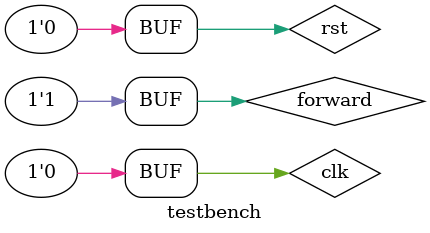
<source format=v>
`timescale 1ns/1ns

module testbench();
    reg clk=0, rst=0, forward=1;
    arm UUT(clk, rst, forward);

    initial repeat (500) #10 clk=~clk;
    
    initial begin
      #2 
      rst = 1;
      #2 
      rst = 0;
    end
    
endmodule 
</source>
